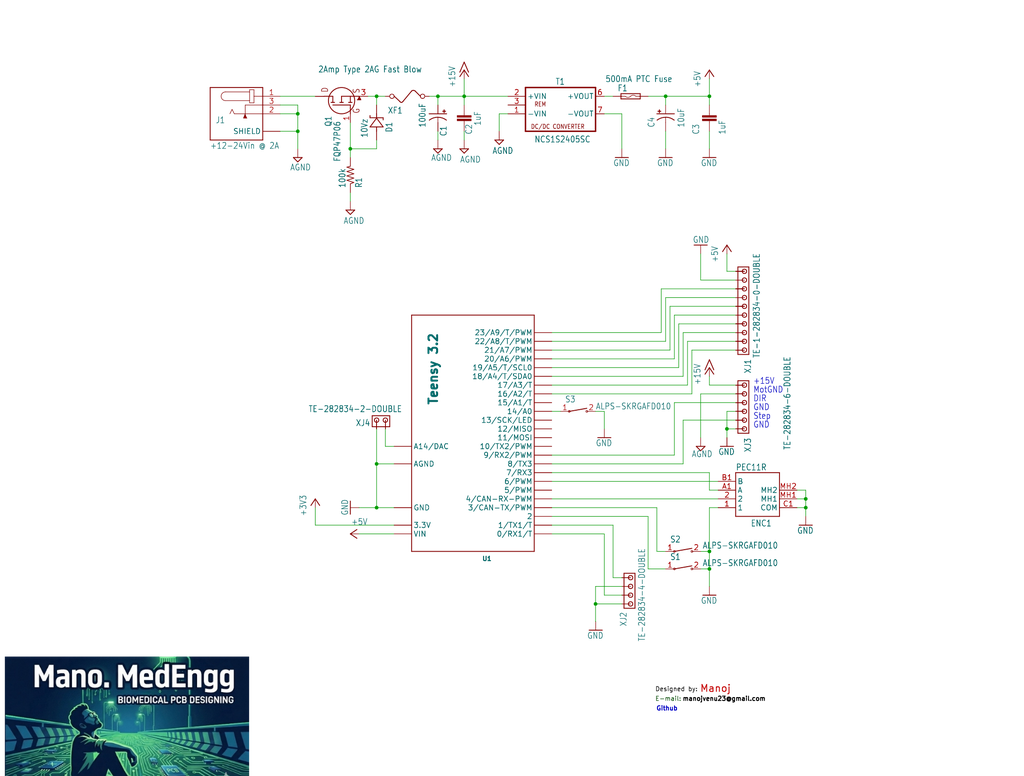
<source format=kicad_sch>
(kicad_sch (version 20250114) (generator "eeschema") (generator_version "9.0")
  (paper "User" 297.002 225.247)
  (lib_symbols
    (symbol "OpenSourceSyringePump-eagle-import:+15V" (power)
      (symbol "+15V_1_0"
        (polyline (pts (xy 0 2.286) (xy -1.27 -0.635)) (stroke (width 0.254)))
        (polyline (pts (xy 0 0) (xy -1.27 -1.905)) (stroke (width 0.254)))
        (polyline (pts (xy 1.27 -0.635) (xy 0 2.286)) (stroke (width 0.254)))
        (polyline (pts (xy 1.27 -1.905) (xy 0 0)) (stroke (width 0.254)))
        (pin power_in line (at 0 -2.54 90) (length 2.54) (name "+15V") (number "1"))
      )
    )
    (symbol "OpenSourceSyringePump-eagle-import:+3V3" (power)
      (symbol "+3V3_1_0"
        (polyline (pts (xy 0 0) (xy -1.27 -1.905)) (stroke (width 0.254)))
        (polyline (pts (xy 1.27 -1.905) (xy 0 0)) (stroke (width 0.254)))
        (pin power_in line (at 0 -2.54 90) (length 2.54) (name "+3V3") (number "1"))
      )
    )
    (symbol "OpenSourceSyringePump-eagle-import:+5V" (power)
      (symbol "+5V_1_0"
        (polyline (pts (xy 0 0) (xy -1.27 -1.905)) (stroke (width 0.254)))
        (polyline (pts (xy 1.27 -1.905) (xy 0 0)) (stroke (width 0.254)))
        (pin power_in line (at 0 -2.54 90) (length 2.54) (name "+5V") (number "1"))
      )
    )
    (symbol "OpenSourceSyringePump-eagle-import:AGND" (power)
      (symbol "AGND_1_0"
        (polyline (pts (xy -1.27 0) (xy 1.27 0)) (stroke (width 0.254)))
        (polyline (pts (xy 0 -1.27) (xy -1.27 0)) (stroke (width 0.254)))
        (polyline (pts (xy 1.27 0) (xy 0 -1.27)) (stroke (width 0.254)))
        (pin power_in line (at 0 2.54 270) (length 2.54) (name "AGND") (number "1"))
      )
    )
    (symbol "OpenSourceSyringePump-eagle-import:ALPS-SKRGAFD010"
      (property "Reference" "S" (at -3.81 2.54 0))
      (symbol "ALPS-SKRGAFD010_1_0"
        (circle (center -2.54 0) (radius 0.2839))
        (polyline (pts (xy -2.54 0) (xy 2.54 0.889)) (stroke (width 0.254)))
        (circle (center 2.54 0) (radius 0.2839))
        (pin passive line (at -5.08 0 0) (length 2.54) (name "1") (number "1"))
        (pin passive line (at 5.08 0 180) (length 2.54) (name "2") (number "2"))
      )
    )
    (symbol "OpenSourceSyringePump-eagle-import:BOURNS-MF-R025"
      (property "Reference" "F" (at -3.81 1.397 0))
      (symbol "BOURNS-MF-R025_1_0"
        (polyline (pts (xy -2.794 0.762) (xy -2.794 -0.762)) (stroke (width 0.254)))
        (polyline (pts (xy -2.794 -0.762) (xy 2.794 -0.762)) (stroke (width 0.254)))
        (polyline (pts (xy -2.54 0) (xy -1.524 0)) (stroke (width 0.1524)))
        (arc (start -0.0001 -0.0001) (mid -0.7621 -0.3266) (end -1.524 0) (stroke (width 0.1524)))
        (arc (start 0.0001 0.0001) (mid 0.7621 0.3266) (end 1.524 0) (stroke (width 0.1524)))
        (polyline (pts (xy 1.524 0) (xy 2.54 0)) (stroke (width 0.1524)))
        (polyline (pts (xy 2.794 0.762) (xy -2.794 0.762)) (stroke (width 0.254)))
        (polyline (pts (xy 2.794 -0.762) (xy 2.794 0.762)) (stroke (width 0.254)))
        (pin passive line (at -5.08 0 0) (length 2.54) (name "1") (number "1"))
        (pin passive line (at 5.08 0 180) (length 2.54) (name "2") (number "2"))
      )
    )
    (symbol "OpenSourceSyringePump-eagle-import:BZX79C10"
      (property "Reference" "D" (at -2.9464 2.6416 0))
      (symbol "BZX79C10_1_0"
        (polyline (pts (xy -1.27 1.905) (xy -1.27 0)) (stroke (width 0.254)))
        (polyline (pts (xy -1.27 0) (xy -2.54 0)) (stroke (width 0.254)))
        (polyline (pts (xy -1.27 0) (xy -1.27 -1.905)) (stroke (width 0.254)))
        (polyline (pts (xy -1.27 -1.905) (xy 1.27 0)) (stroke (width 0.254)))
        (polyline (pts (xy 1.27 0) (xy -1.27 1.905)) (stroke (width 0.254)))
        (polyline (pts (xy 1.27 0) (xy 2.54 0)) (stroke (width 0.254)))
        (polyline (pts (xy 1.397 1.905) (xy 0.762 1.905)) (stroke (width 0.254)))
        (polyline (pts (xy 1.397 1.905) (xy 1.397 -1.905)) (stroke (width 0.254)))
        (polyline (pts (xy 1.397 -1.905) (xy 2.032 -1.905)) (stroke (width 0.254)))
        (pin passive line (at -5.08 0 0) (length 2.54) (name "A") (number "A"))
        (pin passive line (at 5.08 0 180) (length 2.54) (name "C") (number "C"))
      )
    )
    (symbol "OpenSourceSyringePump-eagle-import:EEUFR1H101"
      (property "Reference" "C" (at -3.175 -4.064 90))
      (symbol "EEUFR1H101_1_0"
        (polyline (pts (xy -2.54 0) (xy 2.54 0)) (stroke (width 0.254)))
        (rectangle (start -2.253 0.668) (end -1.364 0.795) (fill (type outline)))
        (rectangle (start -1.872 0.287) (end -1.745 1.176) (fill (type outline)))
        (arc (start 0 -1) (mid 1.3158 -1.2195) (end 2.4892 -1.8541) (stroke (width 0.254)))
        (arc (start -2.4669 -1.8504) (mid -1.3021 -1.2303) (end 0 -1.0161) (stroke (width 0.254)))
        (polyline (pts (xy 0 -1.016) (xy 0 -2.54)) (stroke (width 0.1524)))
        (pin passive line (at 0 2.54 270) (length 2.54) (name "+") (number "+"))
        (pin passive line (at 0 -5.08 90) (length 2.54) (name "-") (number "-"))
      )
    )
    (symbol "OpenSourceSyringePump-eagle-import:FQP47P06"
      (property "Reference" "Q" (at 11.43 3.81 0))
      (symbol "FQP47P06_1_0"
        (polyline (pts (xy 2.54 0) (xy 5.08 0)) (stroke (width 0.254)))
        (polyline (pts (xy 5.08 5.08) (xy 5.08 0)) (stroke (width 0.254)))
        (polyline (pts (xy 5.842 5.588) (xy 5.842 4.572)) (stroke (width 0.254)))
        (polyline (pts (xy 5.842 2.032) (xy 5.842 3.048)) (stroke (width 0.254)))
        (polyline (pts (xy 5.842 0) (xy 7.62 0)) (stroke (width 0.254)))
        (polyline (pts (xy 5.842 -0.508) (xy 5.842 0.508)) (stroke (width 0.254)))
        (circle (center 6.35 2.54) (radius 3.81) (stroke (width 0.254)))
        (polyline (pts (xy 7.62 5.08) (xy 5.842 5.08)) (stroke (width 0.254)))
        (polyline (pts (xy 7.62 5.08) (xy 7.62 7.62)) (stroke (width 0.254)))
        (polyline (pts (xy 7.62 2.54) (xy 5.842 2.54)) (stroke (width 0.254)))
        (polyline (pts (xy 7.62 2.54) (xy 7.62 -2.54)) (stroke (width 0.254)))
        (polyline (pts (xy 7.62 -2.54) (xy 6.604 -3.048) (xy 6.604 -2.032)) (stroke (width 0.254)) (fill (type outline)))
        (text "G" (at 2.54 -2.794 0) (effects (font (size 1.778 1.5113)) (justify left bottom)))
        (text "S" (at 8.382 -2.794 0) (effects (font (size 1.778 1.5113)) (justify left bottom)))
        (text "D" (at 8.636 6.35 0) (effects (font (size 1.778 1.5113)) (justify left bottom)))
        (pin bidirectional line (at 0 0 0) (length 2.54) (name "G") (number "1"))
        (pin bidirectional line (at 7.62 10.16 270) (length 2.54) (name "D") (number "2"))
        (pin bidirectional line (at 7.62 10.16 270) (length 2.54) (name "D") (number "MH"))
        (pin bidirectional line (at 7.62 -5.08 90) (length 2.54) (name "S") (number "3"))
      )
    )
    (symbol "OpenSourceSyringePump-eagle-import:GND" (power)
      (symbol "GND_1_0"
        (polyline (pts (xy -1.905 0) (xy 1.905 0)) (stroke (width 0.254)))
        (pin power_in line (at 0 2.54 270) (length 2.54) (name "GND") (number "1"))
      )
    )
    (symbol "OpenSourceSyringePump-eagle-import:K105Z20Y5VF5TL2"
      (property "Reference" "C" (at -2.921 -6.096 90))
      (symbol "K105Z20Y5VF5TL2_1_0"
        (rectangle (start -2.032 -1.016) (end 2.032 -0.508) (fill (type outline)))
        (rectangle (start -2.032 -2.032) (end 2.032 -1.524) (fill (type outline)))
        (polyline (pts (xy 0 0) (xy 0 -0.508)) (stroke (width 0.1524)))
        (polyline (pts (xy 0 -2.54) (xy 0 -2.032)) (stroke (width 0.1524)))
        (pin passive line (at 0 2.54 270) (length 2.54) (name "1") (number "1"))
        (pin passive line (at 0 -5.08 90) (length 2.54) (name "2") (number "2"))
      )
    )
    (symbol "OpenSourceSyringePump-eagle-import:LITTLEFUSE-02540101Z"
      (property "Reference" "XF" (at -5.08 2.54 0))
      (symbol "LITTLEFUSE-02540101Z_1_0"
        (polyline (pts (xy -5.08 0) (xy -3.556 1.524)) (stroke (width 0.254)))
        (arc (start -3.5992 1.4912) (mid -3.3477 1.6657) (end -3.0479 1.7272) (stroke (width 0.254)))
        (arc (start -3.048 1.7272) (mid -2.7477 1.6658) (end -2.4959 1.491) (stroke (width 0.254)))
        (polyline (pts (xy 0 -1.524) (xy -2.54 1.524)) (stroke (width 0.254)))
        (arc (start 0.4572 -1.7778) (mid 0.1804 -1.7121) (end -0.0178 -1.508) (stroke (width 0.254)))
        (arc (start 0.8965 -1.4765) (mid 0.7195 -1.6894) (end 0.4572 -1.778) (stroke (width 0.254)))
        (polyline (pts (xy 0.889 -1.4986) (xy 2.4892 0)) (stroke (width 0.254)))
        (pin passive inverted (at -7.62 0 0) (length 2.54) (name "1") (number "1"))
        (pin passive inverted (at 5.08 0 180) (length 2.54) (name "2") (number "2"))
      )
    )
    (symbol "OpenSourceSyringePump-eagle-import:MURATA-NCS1S2405SC"
      (property "Reference" "T" (at -10.16 5.715 0))
      (symbol "MURATA-NCS1S2405SC_1_0"
        (polyline (pts (xy -10.16 5.08) (xy 10.16 5.08)) (stroke (width 0.4064)))
        (polyline (pts (xy -10.16 -7.62) (xy -10.16 5.08)) (stroke (width 0.4064)))
        (polyline (pts (xy 10.16 5.08) (xy 10.16 -7.62)) (stroke (width 0.4064)))
        (polyline (pts (xy 10.16 -7.62) (xy -10.16 -7.62)) (stroke (width 0.4064)))
        (text "DC/DC CONVERTER" (at -8.636 -6.985 0) (effects (font (size 1.27 1.0795)) (justify left bottom)))
        (text "REM" (at -7.62 -0.508 0) (effects (font (size 1.27 1.0795)) (justify left bottom)))
        (pin power_in line (at -15.24 2.54 0) (length 5.08) (name "+VIN") (number "2"))
        (pin bidirectional line (at -15.24 0 0) (length 5.08) (name "REM") (number "3"))
        (pin power_in line (at -15.24 -2.54 0) (length 5.08) (name "-VIN") (number "1"))
        (pin power_in line (at 12.7 2.54 180) (length 2.54) (name "+VOUT") (number "6"))
        (pin power_in line (at 12.7 -2.54 180) (length 2.54) (name "-VOUT") (number "7"))
      )
    )
    (symbol "OpenSourceSyringePump-eagle-import:PEC11R-4220F-S0024"
      (property "Reference" "ENC" (at 5.08 5.08 0))
      (symbol "PEC11R-4220F-S0024_1_0"
        (polyline (pts (xy 5.08 2.54) (xy 5.08 -10.16)) (stroke (width 0.254)))
        (polyline (pts (xy 5.08 2.54) (xy 17.78 2.54)) (stroke (width 0.254)))
        (polyline (pts (xy 17.78 -10.16) (xy 5.08 -10.16)) (stroke (width 0.254)))
        (polyline (pts (xy 17.78 -10.16) (xy 17.78 2.54)) (stroke (width 0.254)))
        (pin bidirectional line (at 0 0 0) (length 5.08) (name "1") (number "1"))
        (pin bidirectional line (at 0 -2.54 0) (length 5.08) (name "2") (number "2"))
        (pin bidirectional line (at 0 -5.08 0) (length 5.08) (name "A") (number "A1"))
        (pin bidirectional line (at 0 -7.62 0) (length 5.08) (name "B") (number "B1"))
        (pin power_in line (at 22.86 0 180) (length 5.08) (name "COM") (number "C1"))
        (pin bidirectional line (at 22.86 -2.54 180) (length 5.08) (name "MH1") (number "MH1"))
        (pin bidirectional line (at 22.86 -5.08 180) (length 5.08) (name "MH2") (number "MH2"))
      )
    )
    (symbol "OpenSourceSyringePump-eagle-import:PJ-079AH"
      (property "Reference" "J" (at -7.7135 7.6906 0))
      (symbol "PJ-079AH_1_0"
        (polyline (pts (xy -7.62 7.62) (xy 7.62 7.62)) (stroke (width 0.254)))
        (polyline (pts (xy -7.62 -7.62) (xy -7.62 7.62)) (stroke (width 0.254)))
        (polyline (pts (xy -3.175 6.35) (xy 3.81 6.35)) (stroke (width 0.1524)))
        (arc (start -3.175 3.81) (mid -4.445 5.08) (end -3.175 6.35) (stroke (width 0.1524)))
        (polyline (pts (xy -1.27 1.27) (xy -1.905 0)) (stroke (width 0.1524)))
        (polyline (pts (xy -0.635 0) (xy -1.27 1.27)) (stroke (width 0.1524)))
        (polyline (pts (xy 2.54 2.54) (xy 2.54 0)) (stroke (width 0.1524)))
        (polyline (pts (xy 2.54 2.54) (xy 7.62 2.54)) (stroke (width 0.1524)))
        (polyline (pts (xy 2.54 0) (xy -0.635 0)) (stroke (width 0.1524)))
        (polyline (pts (xy 2.54 0) (xy 7.62 0)) (stroke (width 0.1524)))
        (polyline (pts (xy 2.54 0) (xy 2.032 -1.27) (xy 3.048 -1.27)) (stroke (width 0.1524)) (fill (type outline)))
        (polyline (pts (xy 3.81 6.985) (xy 3.81 6.35)) (stroke (width 0.1524)))
        (polyline (pts (xy 3.81 6.35) (xy 3.81 3.81)) (stroke (width 0.1524)))
        (polyline (pts (xy 3.81 3.81) (xy -3.175 3.81)) (stroke (width 0.1524)))
        (polyline (pts (xy 3.81 3.81) (xy 3.81 3.175)) (stroke (width 0.1524)))
        (polyline (pts (xy 3.81 3.175) (xy 5.08 3.175)) (stroke (width 0.1524)))
        (polyline (pts (xy 5.08 6.985) (xy 3.81 6.985)) (stroke (width 0.1524)))
        (polyline (pts (xy 5.08 5.08) (xy 5.08 6.985)) (stroke (width 0.1524)))
        (polyline (pts (xy 5.08 5.08) (xy 7.62 5.08)) (stroke (width 0.1524)))
        (polyline (pts (xy 5.08 3.175) (xy 5.08 5.08)) (stroke (width 0.1524)))
        (polyline (pts (xy 7.62 7.62) (xy 7.62 5.08)) (stroke (width 0.254)))
        (polyline (pts (xy 7.62 5.08) (xy 7.62 2.54)) (stroke (width 0.254)))
        (polyline (pts (xy 7.62 2.54) (xy 7.62 0)) (stroke (width 0.254)))
        (polyline (pts (xy 7.62 0) (xy 7.62 -7.62)) (stroke (width 0.254)))
        (polyline (pts (xy 7.62 -7.62) (xy -7.62 -7.62)) (stroke (width 0.254)))
        (pin passive line (at 12.7 5.08 180) (length 5.08) (name "1") (number "1"))
        (pin passive line (at 12.7 2.54 180) (length 5.08) (name "3") (number "3"))
        (pin passive line (at 12.7 0 180) (length 5.08) (name "2") (number "2"))
        (pin passive line (at 12.7 -5.08 180) (length 5.08) (name "SHIELD") (number "S1"))
        (pin passive line (at 12.7 -5.08 180) (length 5.08) (name "SHIELD") (number "S2"))
      )
    )
    (symbol "OpenSourceSyringePump-eagle-import:RESISTOR.25W"
      (property "Reference" "R" (at -3.81 1.4986 0))
      (symbol "RESISTOR.25W_1_0"
        (polyline (pts (xy -2.54 0) (xy -2.159 1.016)) (stroke (width 0.2032)))
        (polyline (pts (xy -2.159 1.016) (xy -1.524 -1.016)) (stroke (width 0.2032)))
        (polyline (pts (xy -1.524 -1.016) (xy -0.889 1.016)) (stroke (width 0.2032)))
        (polyline (pts (xy -0.889 1.016) (xy -0.254 -1.016)) (stroke (width 0.2032)))
        (polyline (pts (xy -0.254 -1.016) (xy 0.381 1.016)) (stroke (width 0.2032)))
        (polyline (pts (xy 0.381 1.016) (xy 1.016 -1.016)) (stroke (width 0.2032)))
        (polyline (pts (xy 1.016 -1.016) (xy 1.651 1.016)) (stroke (width 0.2032)))
        (polyline (pts (xy 1.651 1.016) (xy 2.286 -1.016)) (stroke (width 0.2032)))
        (polyline (pts (xy 2.286 -1.016) (xy 2.54 0)) (stroke (width 0.2032)))
        (pin passive line (at -5.08 0 0) (length 2.54) (name "1") (number "1"))
        (pin passive line (at 5.08 0 180) (length 2.54) (name "2") (number "2"))
      )
    )
    (symbol "OpenSourceSyringePump-eagle-import:TAP106K025SCS"
      (property "Reference" "C" (at -3.175 -4.064 90))
      (symbol "TAP106K025SCS_1_0"
        (polyline (pts (xy -2.54 0) (xy 2.54 0)) (stroke (width 0.254)))
        (rectangle (start -2.253 0.668) (end -1.364 0.795) (fill (type outline)))
        (rectangle (start -1.872 0.287) (end -1.745 1.176) (fill (type outline)))
        (arc (start 0 -1) (mid 1.3158 -1.2195) (end 2.4892 -1.8541) (stroke (width 0.254)))
        (arc (start -2.4669 -1.8504) (mid -1.3021 -1.2303) (end 0 -1.0161) (stroke (width 0.254)))
        (polyline (pts (xy 0 -1.016) (xy 0 -2.54)) (stroke (width 0.1524)))
        (pin passive line (at 0 2.54 270) (length 2.54) (name "+") (number "+"))
        (pin passive line (at 0 -5.08 90) (length 2.54) (name "-") (number "-"))
      )
    )
    (symbol "OpenSourceSyringePump-eagle-import:TE-1-282834-0-DOUBLE"
      (property "Reference" "XJ" (at 25.4 0 0))
      (symbol "TE-1-282834-0-DOUBLE_1_0"
        (polyline (pts (xy -1.27 1.27) (xy -1.27 -1.905)) (stroke (width 0.254)))
        (polyline (pts (xy -1.27 1.27) (xy 24.13 1.27)) (stroke (width 0.254)))
        (circle (center 0 0) (radius 0.635) (stroke (width 0.254)))
        (circle (center 2.54 0) (radius 0.635) (stroke (width 0.254)))
        (circle (center 5.08 0) (radius 0.635) (stroke (width 0.254)))
        (circle (center 7.62 0) (radius 0.635) (stroke (width 0.254)))
        (circle (center 10.16 0) (radius 0.635) (stroke (width 0.254)))
        (circle (center 12.7 0) (radius 0.635) (stroke (width 0.254)))
        (circle (center 15.24 0) (radius 0.635) (stroke (width 0.254)))
        (circle (center 17.78 0) (radius 0.635) (stroke (width 0.254)))
        (circle (center 20.32 0) (radius 0.635) (stroke (width 0.254)))
        (circle (center 22.86 0) (radius 0.635) (stroke (width 0.254)))
        (polyline (pts (xy 24.13 -1.905) (xy -1.27 -1.905)) (stroke (width 0.254)))
        (polyline (pts (xy 24.13 -1.905) (xy 24.13 1.27)) (stroke (width 0.254)))
        (pin passive line (at 0 -2.54 90) (length 2.54) (name "1") (number "1"))
        (pin passive line (at 0 -2.54 90) (length 2.54) (name "1") (number "P$1"))
        (pin passive line (at 2.54 -2.54 90) (length 2.54) (name "2") (number "2"))
        (pin passive line (at 2.54 -2.54 90) (length 2.54) (name "2") (number "P$2"))
        (pin passive line (at 5.08 -2.54 90) (length 2.54) (name "3") (number "3"))
        (pin passive line (at 5.08 -2.54 90) (length 2.54) (name "3") (number "P$3"))
        (pin passive line (at 7.62 -2.54 90) (length 2.54) (name "4") (number "4"))
        (pin passive line (at 7.62 -2.54 90) (length 2.54) (name "4") (number "P$4"))
        (pin passive line (at 10.16 -2.54 90) (length 2.54) (name "5") (number "5"))
        (pin passive line (at 10.16 -2.54 90) (length 2.54) (name "5") (number "P$5"))
        (pin passive line (at 12.7 -2.54 90) (length 2.54) (name "6") (number "6"))
        (pin passive line (at 12.7 -2.54 90) (length 2.54) (name "6") (number "P$6"))
        (pin passive line (at 15.24 -2.54 90) (length 2.54) (name "7") (number "7"))
        (pin passive line (at 15.24 -2.54 90) (length 2.54) (name "7") (number "P$7"))
        (pin passive line (at 17.78 -2.54 90) (length 2.54) (name "8") (number "8"))
        (pin passive line (at 17.78 -2.54 90) (length 2.54) (name "8") (number "P$8"))
        (pin passive line (at 20.32 -2.54 90) (length 2.54) (name "9") (number "9"))
        (pin passive line (at 20.32 -2.54 90) (length 2.54) (name "9") (number "P$9"))
        (pin passive line (at 22.86 -2.54 90) (length 2.54) (name "10") (number "10"))
        (pin passive line (at 22.86 -2.54 90) (length 2.54) (name "10") (number "P$10"))
      )
    )
    (symbol "OpenSourceSyringePump-eagle-import:TE-282834-2-DOUBLE"
      (property "Reference" "XJ" (at 5.08 0 0))
      (symbol "TE-282834-2-DOUBLE_1_0"
        (polyline (pts (xy -1.27 1.27) (xy -1.27 -1.905)) (stroke (width 0.254)))
        (polyline (pts (xy -1.27 1.27) (xy 3.81 1.27)) (stroke (width 0.254)))
        (circle (center 0 0) (radius 0.635) (stroke (width 0.254)))
        (circle (center 2.54 0) (radius 0.635) (stroke (width 0.254)))
        (polyline (pts (xy 3.81 -1.905) (xy -1.27 -1.905)) (stroke (width 0.254)))
        (polyline (pts (xy 3.81 -1.905) (xy 3.81 1.27)) (stroke (width 0.254)))
        (pin passive line (at 0 -2.54 90) (length 2.54) (name "1") (number "1"))
        (pin passive line (at 0 -2.54 90) (length 2.54) (name "1") (number "P$1"))
        (pin passive line (at 2.54 -2.54 90) (length 2.54) (name "2") (number "2"))
        (pin passive line (at 2.54 -2.54 90) (length 2.54) (name "2") (number "P$2"))
      )
    )
    (symbol "OpenSourceSyringePump-eagle-import:TE-282834-4-DOUBLE"
      (property "Reference" "XJ" (at 7.62 0 0))
      (symbol "TE-282834-4-DOUBLE_1_0"
        (polyline (pts (xy -3.81 1.27) (xy -3.81 -1.905)) (stroke (width 0.254)))
        (polyline (pts (xy -3.81 1.27) (xy 6.35 1.27)) (stroke (width 0.254)))
        (circle (center -2.54 0) (radius 0.635) (stroke (width 0.254)))
        (circle (center 0 0) (radius 0.635) (stroke (width 0.254)))
        (circle (center 2.54 0) (radius 0.635) (stroke (width 0.254)))
        (circle (center 5.08 0) (radius 0.635) (stroke (width 0.254)))
        (polyline (pts (xy 6.35 -1.905) (xy -3.81 -1.905)) (stroke (width 0.254)))
        (polyline (pts (xy 6.35 -1.905) (xy 6.35 1.27)) (stroke (width 0.254)))
        (pin passive line (at -2.54 -2.54 90) (length 2.54) (name "1") (number "1"))
        (pin passive line (at -2.54 -2.54 90) (length 2.54) (name "1") (number "P$1"))
        (pin passive line (at 0 -2.54 90) (length 2.54) (name "2") (number "2"))
        (pin passive line (at 0 -2.54 90) (length 2.54) (name "2") (number "P$2"))
        (pin passive line (at 2.54 -2.54 90) (length 2.54) (name "3") (number "3"))
        (pin passive line (at 2.54 -2.54 90) (length 2.54) (name "3") (number "P$3"))
        (pin passive line (at 5.08 -2.54 90) (length 2.54) (name "4") (number "4"))
        (pin passive line (at 5.08 -2.54 90) (length 2.54) (name "4") (number "P$4"))
      )
    )
    (symbol "OpenSourceSyringePump-eagle-import:TE-282834-6-DOUBLE"
      (property "Reference" "XJ" (at 10.16 0 0))
      (symbol "TE-282834-6-DOUBLE_1_0"
        (polyline (pts (xy -6.35 1.27) (xy -6.35 -1.905)) (stroke (width 0.254)))
        (polyline (pts (xy -6.35 1.27) (xy 8.89 1.27)) (stroke (width 0.254)))
        (circle (center -5.08 0) (radius 0.635) (stroke (width 0.254)))
        (circle (center -2.54 0) (radius 0.635) (stroke (width 0.254)))
        (circle (center 0 0) (radius 0.635) (stroke (width 0.254)))
        (circle (center 2.54 0) (radius 0.635) (stroke (width 0.254)))
        (circle (center 5.08 0) (radius 0.635) (stroke (width 0.254)))
        (circle (center 7.62 0) (radius 0.635) (stroke (width 0.254)))
        (polyline (pts (xy 8.89 -1.905) (xy -6.35 -1.905)) (stroke (width 0.254)))
        (polyline (pts (xy 8.89 -1.905) (xy 8.89 1.27)) (stroke (width 0.254)))
        (pin passive line (at -5.08 -2.54 90) (length 2.54) (name "1") (number "1"))
        (pin passive line (at -5.08 -2.54 90) (length 2.54) (name "1") (number "P$1"))
        (pin passive line (at -2.54 -2.54 90) (length 2.54) (name "2") (number "2"))
        (pin passive line (at -2.54 -2.54 90) (length 2.54) (name "2") (number "P$2"))
        (pin passive line (at 0 -2.54 90) (length 2.54) (name "3") (number "3"))
        (pin passive line (at 0 -2.54 90) (length 2.54) (name "3") (number "P$3"))
        (pin passive line (at 2.54 -2.54 90) (length 2.54) (name "4") (number "4"))
        (pin passive line (at 2.54 -2.54 90) (length 2.54) (name "4") (number "P$4"))
        (pin passive line (at 5.08 -2.54 90) (length 2.54) (name "5") (number "5"))
        (pin passive line (at 5.08 -2.54 90) (length 2.54) (name "5") (number "P$5"))
        (pin passive line (at 7.62 -2.54 90) (length 2.54) (name "6") (number "6"))
        (pin passive line (at 7.62 -2.54 90) (length 2.54) (name "6") (number "P$6"))
      )
    )
    (symbol "OpenSourceSyringePump-eagle-import:TEENSY_3.1-3.2_OUTER_ROW"
      (property "Reference" "U" (at -5.588 34.29 0))
      (symbol "TEENSY_3.1-3.2_OUTER_ROW_1_0"
        (polyline (pts (xy -17.78 33.02) (xy -17.78 -35.56)) (stroke (width 0.254)))
        (polyline (pts (xy -17.78 -35.56) (xy 17.78 -35.56)) (stroke (width 0.254)))
        (polyline (pts (xy 17.78 33.02) (xy -17.78 33.02)) (stroke (width 0.254)))
        (polyline (pts (xy 17.78 -35.56) (xy 17.78 33.02)) (stroke (width 0.254)))
        (pin bidirectional line (at -22.86 27.94 0) (length 5.08) (name "0/RX1/T") (number "0"))
        (pin bidirectional line (at -22.86 25.4 0) (length 5.08) (name "1/TX1/T") (number "1"))
        (pin bidirectional line (at -22.86 22.86 0) (length 5.08) (name "2") (number "2"))
        (pin bidirectional line (at -22.86 20.32 0) (length 5.08) (name "3/CAN-TX/PWM") (number "3"))
        (pin bidirectional line (at -22.86 17.78 0) (length 5.08) (name "4/CAN-RX-PWM") (number "4"))
        (pin bidirectional line (at -22.86 15.24 0) (length 5.08) (name "5/PWM") (number "5"))
        (pin bidirectional line (at -22.86 12.7 0) (length 5.08) (name "6/PWM") (number "6"))
        (pin bidirectional line (at -22.86 10.16 0) (length 5.08) (name "7/RX3") (number "7"))
        (pin bidirectional line (at -22.86 7.62 0) (length 5.08) (name "8/TX3") (number "8"))
        (pin bidirectional line (at -22.86 5.08 0) (length 5.08) (name "9/RX2/PWM") (number "9"))
        (pin bidirectional line (at -22.86 2.54 0) (length 5.08) (name "10/TX2/PWM") (number "10"))
        (pin bidirectional line (at -22.86 0 0) (length 5.08) (name "11/MOSI") (number "11"))
        (pin bidirectional line (at -22.86 -2.54 0) (length 5.08) (name "12/MISO") (number "12"))
        (pin bidirectional line (at -22.86 -5.08 0) (length 5.08) (name "13/SCK/LED") (number "13"))
        (pin bidirectional line (at -22.86 -7.62 0) (length 5.08) (name "14/A0") (number "14/A0"))
        (pin bidirectional line (at -22.86 -10.16 0) (length 5.08) (name "15/A1/T") (number "15/A1"))
        (pin bidirectional line (at -22.86 -12.7 0) (length 5.08) (name "16/A2/T") (number "16/A2"))
        (pin bidirectional line (at -22.86 -15.24 0) (length 5.08) (name "17/A3/T") (number "17/A3"))
        (pin bidirectional line (at -22.86 -17.78 0) (length 5.08) (name "18/A4/T/SDA0") (number "18/A4"))
        (pin bidirectional line (at -22.86 -20.32 0) (length 5.08) (name "19/A5/T/SCL0") (number "19/A5"))
        (pin bidirectional line (at -22.86 -22.86 0) (length 5.08) (name "20/A6/PWM") (number "20/A6"))
        (pin bidirectional line (at -22.86 -25.4 0) (length 5.08) (name "21/A7/PWM") (number "21/A7"))
        (pin bidirectional line (at -22.86 -27.94 0) (length 5.08) (name "22/A8/T/PWM") (number "22/A8"))
        (pin bidirectional line (at -22.86 -30.48 0) (length 5.08) (name "23/A9/T/PWM") (number "23/A9"))
        (pin power_in line (at 22.86 27.94 180) (length 5.08) (name "VIN") (number "VIN"))
        (pin power_in line (at 22.86 25.4 180) (length 5.08) (name "3.3V") (number "3.3V"))
        (pin power_in line (at 22.86 20.32 180) (length 5.08) (name "GND") (number "GND"))
        (pin power_in line (at 22.86 7.62 180) (length 5.08) (name "AGND") (number "AGND"))
        (pin bidirectional line (at 22.86 2.54 180) (length 5.08) (name "A14/DAC") (number "RESET/DAC"))
      )
    )
  )
  (text "E-mail:" (at 189.992 203.708 0) (effects (font (size 1.27 1.27) (thickness 0.1588)) (justify left bottom)))
  (text "Manoj" (at 202.946 201.168 0) (effects (font (size 2.032 2.032) (thickness 0.254) (bold yes)) (justify left bottom)))
  (text "Github" (at 190.246 206.502 0) (effects (font (size 1.27 1.27) (thickness 0.254) (bold yes)) (justify left bottom)))
  (text "GND" (at 218.44 119.38 0) (effects (font (size 1.778 1.5113)) (justify left bottom)))
  (text "DIR" (at 218.44 116.84 0) (effects (font (size 1.778 1.5113)) (justify left bottom)))
  (text "GND" (at 218.44 124.46 0) (effects (font (size 1.778 1.5113)) (justify left bottom)))
  (text "+15V" (at 218.44 111.76 0) (effects (font (size 1.778 1.5113)) (justify left bottom)))
  (text "Designed by:\n" (at 189.992 200.914 0) (effects (font (size 1.27 1.27)) (justify left bottom)))
  (text "manojvenu23@gmail.com" (at 197.866 203.708 0) (effects (font (size 1.27 1.27) (thickness 0.254) (bold yes)) (justify left bottom)))
  (text "Step" (at 218.44 121.92 0) (effects (font (size 1.778 1.5113)) (justify left bottom)))
  (text "MotGND" (at 218.44 114.3 0) (effects (font (size 1.778 1.5113)) (justify left bottom)))
  (junction (at 233.68 147.32))
  (junction (at 101.6 43.18))
  (junction (at 233.68 144.78))
  (junction (at 205.74 165.1))
  (junction (at 109.22 27.94))
  (junction (at 193.04 27.94))
  (junction (at 109.22 147.32))
  (junction (at 172.72 175.26))
  (junction (at 205.74 160.02))
  (junction (at 127 27.94))
  (junction (at 210.82 124.46))
  (junction (at 109.22 134.62))
  (junction (at 205.74 27.94))
  (junction (at 134.62 27.94))
  (junction (at 86.36 33.02))
  (junction (at 86.36 38.1))
  (wire (pts (xy 134.62 38.1) (xy 134.62 40.64)) (stroke (width 0.1524)))
  (wire (pts (xy 231.14 147.32) (xy 233.68 147.32)) (stroke (width 0.1524)))
  (wire (pts (xy 109.22 30.48) (xy 109.22 27.94)) (stroke (width 0.1524)))
  (wire (pts (xy 160.02 114.3) (xy 200.66 114.3)))
  (wire (pts (xy 194.31 88.9) (xy 213.36 88.9)))
  (wire (pts (xy 180.34 33.02) (xy 175.26 33.02)) (stroke (width 0.1524)))
  (wire (pts (xy 114.3 152.4) (xy 91.44 152.4)) (stroke (width 0.1524)))
  (wire (pts (xy 233.68 142.24) (xy 233.68 144.78)) (stroke (width 0.1524)))
  (wire (pts (xy 231.14 144.78) (xy 233.68 144.78)) (stroke (width 0.1524)))
  (wire (pts (xy 233.68 147.32) (xy 233.68 149.86)) (stroke (width 0.1524)))
  (wire (pts (xy 109.22 27.94) (xy 111.76 27.94)) (stroke (width 0.1524)))
  (wire (pts (xy 109.22 124.46) (xy 109.22 134.62)) (stroke (width 0.1524)))
  (wire (pts (xy 160.02 132.08) (xy 195.58 132.08)) (stroke (width 0.1524)))
  (wire (pts (xy 172.72 175.26) (xy 172.72 180.34)) (stroke (width 0.1524)))
  (wire (pts (xy 193.04 86.36) (xy 213.36 86.36)))
  (wire (pts (xy 210.82 119.38) (xy 210.82 124.46)) (stroke (width 0.1524)))
  (wire (pts (xy 205.74 109.22) (xy 205.74 111.76)) (stroke (width 0.1524)))
  (wire (pts (xy 109.22 134.62) (xy 109.22 147.32)) (stroke (width 0.1524)))
  (wire (pts (xy 190.5 147.32) (xy 160.02 147.32)) (stroke (width 0.1524)))
  (wire (pts (xy 160.02 106.68) (xy 196.85 106.68)))
  (wire (pts (xy 81.28 38.1) (xy 86.36 38.1)) (stroke (width 0.1524)))
  (wire (pts (xy 200.66 114.3) (xy 200.66 101.6)))
  (wire (pts (xy 203.2 73.66) (xy 203.2 81.28)) (stroke (width 0.1524)))
  (wire (pts (xy 109.22 147.32) (xy 104.14 147.32)) (stroke (width 0.1524)))
  (wire (pts (xy 210.82 78.74) (xy 213.36 78.74)) (stroke (width 0.1524)))
  (wire (pts (xy 180.34 175.26) (xy 172.72 175.26)) (stroke (width 0.1524)))
  (wire (pts (xy 160.02 137.16) (xy 205.74 137.16)) (stroke (width 0.1524)))
  (wire (pts (xy 86.36 33.02) (xy 86.36 38.1)) (stroke (width 0.1524)))
  (wire (pts (xy 101.6 35.56) (xy 101.6 43.18)) (stroke (width 0.1524)))
  (wire (pts (xy 160.02 104.14) (xy 195.58 104.14)))
  (wire (pts (xy 111.76 129.54) (xy 114.3 129.54)) (stroke (width 0.1524)))
  (wire (pts (xy 114.3 154.94) (xy 104.14 154.94)) (stroke (width 0.1524)))
  (wire (pts (xy 109.22 40.64) (xy 109.22 43.18)) (stroke (width 0.1524)))
  (wire (pts (xy 160.02 149.86) (xy 187.96 149.86)) (stroke (width 0.1524)))
  (wire (pts (xy 210.82 73.66) (xy 210.82 78.74)) (stroke (width 0.1524)))
  (wire (pts (xy 160.02 154.94) (xy 175.26 154.94)) (stroke (width 0.1524)))
  (wire (pts (xy 180.34 167.64) (xy 177.8 167.64)) (stroke (width 0.1524)))
  (wire (pts (xy 124.46 27.94) (xy 127 27.94)) (stroke (width 0.1524)))
  (wire (pts (xy 190.5 160.02) (xy 190.5 147.32)) (stroke (width 0.1524)))
  (wire (pts (xy 193.04 99.06) (xy 193.04 86.36)))
  (wire (pts (xy 195.58 132.08) (xy 195.58 116.84)) (stroke (width 0.1524)))
  (wire (pts (xy 160.02 139.7) (xy 208.28 139.7)) (stroke (width 0.1524)))
  (wire (pts (xy 198.12 121.92) (xy 213.36 121.92)) (stroke (width 0.1524)))
  (wire (pts (xy 210.82 124.46) (xy 210.82 127)) (stroke (width 0.1524)))
  (wire (pts (xy 198.12 96.52) (xy 213.36 96.52)))
  (wire (pts (xy 205.74 38.1) (xy 205.74 43.18)) (stroke (width 0.1524)))
  (wire (pts (xy 193.04 30.48) (xy 193.04 27.94)) (stroke (width 0.1524)))
  (wire (pts (xy 172.72 119.38) (xy 175.26 119.38)) (stroke (width 0.1524)))
  (wire (pts (xy 191.77 83.82) (xy 213.36 83.82)))
  (wire (pts (xy 114.3 134.62) (xy 109.22 134.62)) (stroke (width 0.1524)))
  (wire (pts (xy 199.39 111.76) (xy 199.39 99.06)))
  (wire (pts (xy 205.74 165.1) (xy 205.74 170.18)) (stroke (width 0.1524)))
  (wire (pts (xy 203.2 81.28) (xy 213.36 81.28)) (stroke (width 0.1524)))
  (wire (pts (xy 160.02 134.62) (xy 198.12 134.62)) (stroke (width 0.1524)))
  (wire (pts (xy 187.96 149.86) (xy 187.96 165.1)) (stroke (width 0.1524)))
  (wire (pts (xy 160.02 101.6) (xy 194.31 101.6)))
  (wire (pts (xy 81.28 27.94) (xy 91.44 27.94)) (stroke (width 0.1524)))
  (wire (pts (xy 81.28 33.02) (xy 86.36 33.02)) (stroke (width 0.1524)))
  (wire (pts (xy 91.44 152.4) (xy 91.44 147.32)) (stroke (width 0.1524)))
  (wire (pts (xy 205.74 27.94) (xy 205.74 22.86)) (stroke (width 0.1524)))
  (wire (pts (xy 191.77 96.52) (xy 191.77 83.82)))
  (wire (pts (xy 175.26 172.72) (xy 180.34 172.72)) (stroke (width 0.1524)))
  (wire (pts (xy 134.62 30.48) (xy 134.62 27.94)) (stroke (width 0.1524)))
  (wire (pts (xy 231.14 142.24) (xy 233.68 142.24)) (stroke (width 0.1524)))
  (wire (pts (xy 180.34 170.18) (xy 172.72 170.18)) (stroke (width 0.1524)))
  (wire (pts (xy 160.02 111.76) (xy 199.39 111.76)))
  (wire (pts (xy 198.12 134.62) (xy 198.12 121.92)) (stroke (width 0.1524)))
  (wire (pts (xy 175.26 154.94) (xy 175.26 172.72)) (stroke (width 0.1524)))
  (wire (pts (xy 205.74 160.02) (xy 205.74 165.1)) (stroke (width 0.1524)))
  (wire (pts (xy 195.58 116.84) (xy 213.36 116.84)) (stroke (width 0.1524)))
  (wire (pts (xy 205.74 30.48) (xy 205.74 27.94)) (stroke (width 0.1524)))
  (wire (pts (xy 187.96 165.1) (xy 193.04 165.1)) (stroke (width 0.1524)))
  (wire (pts (xy 147.32 33.02) (xy 144.78 33.02)) (stroke (width 0.1524)))
  (wire (pts (xy 134.62 22.86) (xy 134.62 27.94)) (stroke (width 0.1524)))
  (wire (pts (xy 172.72 180.34) (xy 172.7643 180.34)) (stroke (width 0.1524)))
  (wire (pts (xy 127 30.48) (xy 127 27.94)) (stroke (width 0.1524)))
  (wire (pts (xy 160.02 99.06) (xy 193.04 99.06)))
  (wire (pts (xy 196.85 106.68) (xy 196.85 93.98)))
  (wire (pts (xy 203.2 114.3) (xy 213.36 114.3)) (stroke (width 0.1524)))
  (wire (pts (xy 101.6 55.88) (xy 101.6 58.42)) (stroke (width 0.1524)))
  (wire (pts (xy 187.96 27.94) (xy 193.04 27.94)) (stroke (width 0.1524)))
  (wire (pts (xy 127 27.94) (xy 134.62 27.94)) (stroke (width 0.1524)))
  (wire (pts (xy 127 38.1) (xy 127 40.64)) (stroke (width 0.1524)))
  (wire (pts (xy 134.62 27.94) (xy 147.32 27.94)) (stroke (width 0.1524)))
  (wire (pts (xy 175.26 27.94) (xy 177.8 27.94)) (stroke (width 0.1524)))
  (wire (pts (xy 81.28 30.48) (xy 86.36 30.48)) (stroke (width 0.1524)))
  (wire (pts (xy 160.02 96.52) (xy 191.77 96.52)))
  (wire (pts (xy 193.04 38.1) (xy 193.04 43.18)) (stroke (width 0.1524)))
  (wire (pts (xy 198.12 109.22) (xy 198.12 96.52)))
  (wire (pts (xy 111.76 124.46) (xy 111.76 129.54)) (stroke (width 0.1524)))
  (wire (pts (xy 233.68 144.78) (xy 233.68 147.32)) (stroke (width 0.1524)))
  (wire (pts (xy 205.74 147.32) (xy 205.74 160.02)) (stroke (width 0.1524)))
  (wire (pts (xy 213.36 119.38) (xy 210.82 119.38)) (stroke (width 0.1524)))
  (wire (pts (xy 208.28 147.32) (xy 205.74 147.32)) (stroke (width 0.1524)))
  (wire (pts (xy 177.8 167.64) (xy 177.8 152.4)) (stroke (width 0.1524)))
  (wire (pts (xy 200.66 101.6) (xy 213.36 101.6)))
  (wire (pts (xy 193.04 160.02) (xy 190.5 160.02)) (stroke (width 0.1524)))
  (wire (pts (xy 160.02 119.38) (xy 162.56 119.38)) (stroke (width 0.1524)))
  (wire (pts (xy 203.2 127) (xy 203.2 114.3)) (stroke (width 0.1524)))
  (wire (pts (xy 109.22 43.18) (xy 101.6 43.18)) (stroke (width 0.1524)))
  (wire (pts (xy 193.04 27.94) (xy 205.74 27.94)) (stroke (width 0.1524)))
  (wire (pts (xy 205.74 137.16) (xy 205.74 142.24)) (stroke (width 0.1524)))
  (wire (pts (xy 203.2 165.1) (xy 205.74 165.1)) (stroke (width 0.1524)))
  (wire (pts (xy 205.74 111.76) (xy 213.36 111.76)) (stroke (width 0.1524)))
  (wire (pts (xy 172.72 170.18) (xy 172.72 175.26)) (stroke (width 0.1524)))
  (wire (pts (xy 205.74 142.24) (xy 208.28 142.24)) (stroke (width 0.1524)))
  (wire (pts (xy 199.39 99.06) (xy 213.36 99.06)))
  (wire (pts (xy 86.36 30.48) (xy 86.36 33.02)) (stroke (width 0.1524)))
  (wire (pts (xy 86.36 38.1) (xy 86.36 43.18)) (stroke (width 0.1524)))
  (wire (pts (xy 213.36 124.46) (xy 210.82 124.46)) (stroke (width 0.1524)))
  (wire (pts (xy 195.58 104.14) (xy 195.58 91.44)))
  (wire (pts (xy 101.6 43.18) (xy 101.6 45.72)) (stroke (width 0.1524)))
  (wire (pts (xy 114.3 147.32) (xy 109.22 147.32)) (stroke (width 0.1524)))
  (wire (pts (xy 208.28 144.78) (xy 160.02 144.78)) (stroke (width 0.1524)))
  (wire (pts (xy 180.34 43.18) (xy 180.34 33.02)) (stroke (width 0.1524)))
  (wire (pts (xy 144.78 33.02) (xy 144.78 38.1)) (stroke (width 0.1524)))
  (wire (pts (xy 195.58 91.44) (xy 213.36 91.44)))
  (wire (pts (xy 160.02 109.22) (xy 198.12 109.22)))
  (wire (pts (xy 106.68 27.94) (xy 109.22 27.94)) (stroke (width 0.1524)))
  (wire (pts (xy 175.26 119.38) (xy 175.26 124.46)) (stroke (width 0.1524)))
  (wire (pts (xy 177.8 152.4) (xy 160.02 152.4)) (stroke (width 0.1524)))
  (wire (pts (xy 194.31 101.6) (xy 194.31 88.9)))
  (wire (pts (xy 203.2 160.02) (xy 205.74 160.02)) (stroke (width 0.1524)))
  (wire (pts (xy 196.85 93.98) (xy 213.36 93.98)))
  (image (at 36.83 212.09) (scale 1.41824))
  (symbol (lib_id "OpenSourceSyringePump-eagle-import:ALPS-SKRGAFD010") (at 198.12 165.1 0) (unit 1)
    (property "Reference" "S1" (at 194.31 162.56 0) (effects (font (size 1.778 1.5113)) (justify left bottom)))
    (property "Value" "ALPS-SKRGAFD010" (at 203.708 164.338 0) (effects (font (size 1.778 1.5113)) (justify left bottom)))
    (property "Footprint" "OpenSourceSyringePump:ALPS-SKRGAFD010" (effects (hide yes)))
  )
  (symbol (lib_id "OpenSourceSyringePump-eagle-import:K105Z20Y5VF5TL2") (at 205.74 33.02 0) (unit 1)
    (property "Reference" "C3" (at 202.819 39.116 90) (effects (font (size 1.778 1.5113)) (justify left bottom)))
    (property "Value" "1uF" (at 210.439 39.116 90) (effects (font (size 1.778 1.5113)) (justify left bottom)))
    (property "Footprint" "OpenSourceSyringePump:K105Z20Y5VF5TL2" (effects (hide yes)))
  )
  (symbol (lib_id "OpenSourceSyringePump-eagle-import:+5V") (at 210.82 71.12 0) (unit 1)
    (property "Reference" "#U$6" (effects (hide yes)))
    (property "Value" "+5V" (at 208.28 76.2 90) (effects (font (size 1.778 1.5113)) (justify left bottom)))
  )
  (symbol (lib_id "OpenSourceSyringePump-eagle-import:BZX79C10") (at 109.22 35.56 270) (mirror x) (unit 1)
    (property "Reference" "D1" (at 111.8616 38.5064 0) (effects (font (size 1.778 1.5113)) (justify left bottom)))
    (property "Value" "10Vz" (at 104.7242 40.0304 0) (effects (font (size 1.778 1.5113)) (justify left bottom)))
    (property "Footprint" "OpenSourceSyringePump:BZX79C10" (effects (hide yes)))
  )
  (symbol (lib_id "OpenSourceSyringePump-eagle-import:TEENSY_3.1-3.2_OUTER_ROW") (at 137.16 127 180) (unit 1)
    (property "Reference" "U1" (at 142.748 161.29 0) (effects (font (thickness 0.254) (bold yes)) (justify left bottom)))
    (property "Value" "Teensy 3.2" (at 123.952 96.266 90) (effects (font (size 2.54 2.54) (thickness 0.508) (bold yes)) (justify left bottom)))
    (property "Footprint" "OpenSourceSyringePump:TEENSY_3.0-3.2&LC_OUTER_ROW" (effects (hide yes)))
  )
  (symbol (lib_id "OpenSourceSyringePump-eagle-import:ALPS-SKRGAFD010") (at 167.64 119.38 0) (unit 1)
    (property "Reference" "S3" (at 163.83 116.84 0) (effects (font (size 1.778 1.5113)) (justify left bottom)))
    (property "Value" "ALPS-SKRGAFD010" (at 172.72 118.872 0) (effects (font (size 1.778 1.5113)) (justify left bottom)))
    (property "Footprint" "OpenSourceSyringePump:ALPS-SKRGAFD010" (effects (hide yes)))
  )
  (symbol (lib_id "OpenSourceSyringePump-eagle-import:GND") (at 203.2 71.12 180) (unit 1)
    (property "Reference" "#GND9" (effects (hide yes)))
    (property "Value" "GND" (at 205.74 68.58 0) (effects (font (size 1.778 1.5113)) (justify left bottom)))
  )
  (symbol (lib_id "OpenSourceSyringePump-eagle-import:GND") (at 175.26 127 0) (unit 1)
    (property "Reference" "#GND8" (effects (hide yes)))
    (property "Value" "GND" (at 172.72 129.54 0) (effects (font (size 1.778 1.5113)) (justify left bottom)))
  )
  (symbol (lib_id "OpenSourceSyringePump-eagle-import:MURATA-NCS1S2405SC") (at 162.56 30.48 0) (unit 1)
    (property "Reference" "T1" (at 161.036 24.638 0) (effects (font (size 1.778 1.5113)) (justify left bottom)))
    (property "Value" "NCS1S2405SC" (at 154.94 41.402 0) (effects (font (size 1.778 1.5113)) (justify left bottom)))
    (property "Footprint" "OpenSourceSyringePump:MURATA-NCS1S2405SC" (effects (hide yes)))
  )
  (symbol (lib_id "OpenSourceSyringePump-eagle-import:EEUFR1H101") (at 127 33.02 0) (mirror y) (unit 1)
    (property "Reference" "C1" (at 127.635 39.624 90) (effects (font (size 1.778 1.5113)) (justify left bottom)))
    (property "Value" "100uF" (at 121.539 37.084 90) (effects (font (size 1.778 1.5113)) (justify left bottom)))
    (property "Footprint" "OpenSourceSyringePump:EEUFR1H101" (effects (hide yes)))
  )
  (symbol (lib_id "OpenSourceSyringePump-eagle-import:GND") (at 210.82 129.54 0) (unit 1)
    (property "Reference" "#GND7" (effects (hide yes)))
    (property "Value" "GND" (at 208.28 132.08 0) (effects (font (size 1.778 1.5113)) (justify left bottom)))
  )
  (symbol (lib_id "OpenSourceSyringePump-eagle-import:+15V") (at 134.62 20.32 0) (unit 1)
    (property "Reference" "#U$3" (effects (hide yes)))
    (property "Value" "+15V" (at 132.08 25.4 90) (effects (font (size 1.778 1.5113)) (justify left bottom)))
  )
  (symbol (lib_id "OpenSourceSyringePump-eagle-import:GND") (at 205.74 172.72 0) (unit 1)
    (property "Reference" "#GND5" (effects (hide yes)))
    (property "Value" "GND" (at 203.2 175.26 0) (effects (font (size 1.778 1.5113)) (justify left bottom)))
  )
  (symbol (lib_id "OpenSourceSyringePump-eagle-import:GND") (at 180.34 45.72 0) (unit 1)
    (property "Reference" "#GND3" (effects (hide yes)))
    (property "Value" "GND" (at 177.8 48.26 0) (effects (font (size 1.778 1.5113)) (justify left bottom)))
  )
  (symbol (lib_id "OpenSourceSyringePump-eagle-import:+15V") (at 205.74 106.68 0) (unit 1)
    (property "Reference" "#U$4" (effects (hide yes)))
    (property "Value" "+15V" (at 203.2 111.76 90) (effects (font (size 1.778 1.5113)) (justify left bottom)))
  )
  (symbol (lib_id "OpenSourceSyringePump-eagle-import:GND") (at 172.7643 182.88 0) (unit 1)
    (property "Reference" "#GND4" (effects (hide yes)))
    (property "Value" "GND" (at 170.2243 185.42 0) (effects (font (size 1.778 1.5113)) (justify left bottom)))
  )
  (symbol (lib_id "OpenSourceSyringePump-eagle-import:AGND") (at 203.2 129.54 0) (unit 1)
    (property "Reference" "#SUPPLY6" (effects (hide yes)))
    (property "Value" "AGND" (at 200.533 132.715 0) (effects (font (size 1.778 1.5113)) (justify left bottom)))
  )
  (symbol (lib_id "OpenSourceSyringePump-eagle-import:TE-282834-4-DOUBLE") (at 182.88 170.18 270) (unit 1)
    (property "Reference" "XJ2" (at 179.832 177.546 0) (effects (font (size 1.778 1.5113)) (justify left bottom)))
    (property "Value" "TE-282834-4-DOUBLE" (at 185.166 159.004 0) (effects (font (size 1.778 1.5113)) (justify left bottom)))
    (property "Footprint" "OpenSourceSyringePump:TE-282834-4-DOUBLE" (effects (hide yes)))
  )
  (symbol (lib_id "OpenSourceSyringePump-eagle-import:TE-282834-6-DOUBLE") (at 215.9 116.84 270) (unit 1)
    (property "Reference" "XJ3" (at 215.9 127 0) (effects (font (size 1.778 1.5113)) (justify left bottom)))
    (property "Value" "TE-282834-6-DOUBLE" (at 227.33 103.378 0) (effects (font (size 1.778 1.5113)) (justify left bottom)))
    (property "Footprint" "OpenSourceSyringePump:TE-282834-6-DOUBLE" (effects (hide yes)))
  )
  (symbol (lib_id "OpenSourceSyringePump-eagle-import:AGND") (at 127 43.18 0) (unit 1)
    (property "Reference" "#SUPPLY2" (effects (hide yes)))
    (property "Value" "AGND" (at 124.968 46.736 0) (effects (font (size 1.778 1.5113)) (justify left bottom)))
  )
  (symbol (lib_id "OpenSourceSyringePump-eagle-import:K105Z20Y5VF5TL2") (at 134.62 33.02 0) (mirror y) (unit 1)
    (property "Reference" "C2" (at 135.001 39.116 90) (effects (font (size 1.778 1.5113)) (justify left bottom)))
    (property "Value" "1uF" (at 137.541 36.576 90) (effects (font (size 1.778 1.5113)) (justify left bottom)))
    (property "Footprint" "OpenSourceSyringePump:K105Z20Y5VF5TL2" (effects (hide yes)))
  )
  (symbol (lib_id "OpenSourceSyringePump-eagle-import:GND") (at 205.74 45.72 0) (unit 1)
    (property "Reference" "#GND2" (effects (hide yes)))
    (property "Value" "GND" (at 203.2 48.26 0) (effects (font (size 1.778 1.5113)) (justify left bottom)))
  )
  (symbol (lib_id "OpenSourceSyringePump-eagle-import:+3V3") (at 91.44 144.78 0) (unit 1)
    (property "Reference" "#U$7" (effects (hide yes)))
    (property "Value" "+3V3" (at 88.9 149.86 90) (effects (font (size 1.778 1.5113)) (justify left bottom)))
  )
  (symbol (lib_id "OpenSourceSyringePump-eagle-import:TE-1-282834-0-DOUBLE") (at 215.9 78.74 270) (unit 1)
    (property "Reference" "XJ1" (at 215.9 104.14 0) (effects (font (size 1.778 1.5113)) (justify left bottom)))
    (property "Value" "TE-1-282834-0-DOUBLE" (at 218.44 73.406 0) (effects (font (size 1.778 1.5113)) (justify left bottom)))
    (property "Footprint" "OpenSourceSyringePump:TE-1-282834-0-DOUBLE" (effects (hide yes)))
  )
  (symbol (lib_id "OpenSourceSyringePump-eagle-import:FQP47P06") (at 101.6 35.56 90) (unit 1)
    (property "Reference" "Q1" (at 95.25 36.83 0) (effects (font (size 1.778 1.5113)) (justify left)))
    (property "Value" "FQP47P06" (at 97.79 46.99 0) (effects (font (size 1.778 1.5113)) (justify left)))
    (property "Footprint" "OpenSourceSyringePump:FQP47P06" (effects (hide yes)))
  )
  (symbol (lib_id "OpenSourceSyringePump-eagle-import:TE-282834-2-DOUBLE") (at 109.22 121.92 0) (unit 1)
    (property "Reference" "XJ4" (at 103.124 123.698 0) (effects (font (size 1.778 1.5113)) (justify left bottom)))
    (property "Value" "TE-282834-2-DOUBLE" (at 89.408 119.634 0) (effects (font (size 1.778 1.5113)) (justify left bottom)))
    (property "Footprint" "OpenSourceSyringePump:TE-282834-2-DOUBLE" (effects (hide yes)))
  )
  (symbol (lib_id "OpenSourceSyringePump-eagle-import:RESISTOR.25W") (at 101.6 50.8 270) (mirror x) (unit 1)
    (property "Reference" "R1" (at 103.0986 54.61 0) (effects (font (size 1.778 1.5113)) (justify left bottom)))
    (property "Value" "100k" (at 98.298 54.61 0) (effects (font (size 1.778 1.5113)) (justify left bottom)))
    (property "Footprint" "OpenSourceSyringePump:0204_7" (effects (hide yes)))
  )
  (symbol (lib_id "OpenSourceSyringePump-eagle-import:LITTLEFUSE-02540101Z") (at 116.84 27.94 0) (mirror y) (unit 1)
    (property "Reference" "XF1" (at 116.84 33.02 0) (effects (font (size 1.778 1.5113)) (justify left bottom)))
    (property "Value" "2Amp Type 2AG Fast Blow" (at 122.428 21.082 0) (effects (font (size 1.778 1.5113)) (justify left bottom)))
    (property "Footprint" "OpenSourceSyringePump:LITTLEFUSE-02540101Z" (effects (hide yes)))
  )
  (symbol (lib_id "OpenSourceSyringePump-eagle-import:BOURNS-MF-R025") (at 182.88 27.94 0) (unit 1)
    (property "Reference" "F1" (at 179.07 26.543 0) (effects (font (size 1.778 1.5113)) (justify left bottom)))
    (property "Value" "500mA PTC Fuse" (at 175.514 23.876 0) (effects (font (size 1.778 1.5113)) (justify left bottom)))
    (property "Footprint" "OpenSourceSyringePump:BOURNS-MF-R025" (effects (hide yes)))
  )
  (symbol (lib_id "OpenSourceSyringePump-eagle-import:GND") (at 101.6 147.32 270) (unit 1)
    (property "Reference" "#GND10" (effects (hide yes)))
    (property "Value" "GND" (at 99.06 144.78 0) (effects (font (size 1.778 1.5113)) (justify left bottom)))
  )
  (symbol (lib_id "OpenSourceSyringePump-eagle-import:AGND") (at 101.6 60.96 0) (unit 1)
    (property "Reference" "#SUPPLY1" (effects (hide yes)))
    (property "Value" "AGND" (at 99.568 65.024 0) (effects (font (size 1.778 1.5113)) (justify left bottom)))
  )
  (symbol (lib_id "OpenSourceSyringePump-eagle-import:PJ-079AH") (at 68.58 33.02 0) (unit 1)
    (property "Reference" "J1" (at 62.484 35.814 0) (effects (font (size 1.7838 1.5162)) (justify left bottom)))
    (property "Value" "+12-24Vin @ 2A" (at 60.8829 43.2411 0) (effects (font (size 1.7813 1.5141)) (justify left bottom)))
    (property "Footprint" "OpenSourceSyringePump:CUI_PJ-079AH" (effects (hide yes)))
  )
  (symbol (lib_id "OpenSourceSyringePump-eagle-import:AGND") (at 134.62 43.18 0) (unit 1)
    (property "Reference" "#SUPPLY4" (effects (hide yes)))
    (property "Value" "AGND" (at 133.35 47.244 0) (effects (font (size 1.778 1.5113)) (justify left bottom)))
  )
  (symbol (lib_id "OpenSourceSyringePump-eagle-import:PEC11R-4220F-S0024") (at 208.28 147.32 0) (mirror x) (unit 1)
    (property "Reference" "ENC1" (at 217.678 150.876 0) (effects (font (size 1.778 1.5113)) (justify left bottom)))
    (property "Value" "PEC11R" (at 213.36 134.62 0) (effects (font (size 1.778 1.5113)) (justify left bottom)))
    (property "Footprint" "OpenSourceSyringePump:PEC11R4220FS0024" (effects (hide yes)))
  )
  (symbol (lib_id "OpenSourceSyringePump-eagle-import:+5V") (at 205.74 20.32 0) (unit 1)
    (property "Reference" "#U$1" (effects (hide yes)))
    (property "Value" "+5V" (at 203.2 25.4 90) (effects (font (size 1.778 1.5113)) (justify left bottom)))
  )
  (symbol (lib_id "OpenSourceSyringePump-eagle-import:GND") (at 233.68 152.4 0) (unit 1)
    (property "Reference" "#GND6" (effects (hide yes)))
    (property "Value" "GND" (at 231.14 154.94 0) (effects (font (size 1.778 1.5113)) (justify left bottom)))
  )
  (symbol (lib_id "OpenSourceSyringePump-eagle-import:AGND") (at 86.36 45.72 0) (unit 1)
    (property "Reference" "#SUPPLY3" (effects (hide yes)))
    (property "Value" "AGND" (at 84.074 49.53 0) (effects (font (size 1.778 1.5113)) (justify left bottom)))
  )
  (symbol (lib_id "OpenSourceSyringePump-eagle-import:TAP106K025SCS") (at 193.04 33.02 0) (unit 1)
    (property "Reference" "C4" (at 189.865 37.084 90) (effects (font (size 1.778 1.5113)) (justify left bottom)))
    (property "Value" "10uF" (at 198.501 37.084 90) (effects (font (size 1.778 1.5113)) (justify left bottom)))
    (property "Footprint" "OpenSourceSyringePump:TAP106K025SCS" (effects (hide yes)))
  )
  (symbol (lib_id "OpenSourceSyringePump-eagle-import:GND") (at 193.04 45.72 0) (unit 1)
    (property "Reference" "#GND1" (effects (hide yes)))
    (property "Value" "GND" (at 190.5 48.26 0) (effects (font (size 1.778 1.5113)) (justify left bottom)))
  )
  (symbol (lib_id "OpenSourceSyringePump-eagle-import:ALPS-SKRGAFD010") (at 198.12 160.02 0) (unit 1)
    (property "Reference" "S2" (at 194.31 157.48 0) (effects (font (size 1.778 1.5113)) (justify left bottom)))
    (property "Value" "ALPS-SKRGAFD010" (at 203.708 159.258 0) (effects (font (size 1.778 1.5113)) (justify left bottom)))
    (property "Footprint" "OpenSourceSyringePump:ALPS-SKRGAFD010" (effects (hide yes)))
  )
  (symbol (lib_id "OpenSourceSyringePump-eagle-import:+5V") (at 101.6 154.94 90) (mirror x) (unit 1)
    (property "Reference" "#U$2" (effects (hide yes)))
    (property "Value" "+5V" (at 106.68 152.4 90) (effects (font (size 1.778 1.5113)) (justify left bottom)))
  )
  (symbol (lib_id "OpenSourceSyringePump-eagle-import:AGND") (at 144.78 40.64 0) (unit 1)
    (property "Reference" "#SUPPLY5" (effects (hide yes)))
    (property "Value" "AGND" (at 142.748 44.704 0) (effects (font (size 1.778 1.5113)) (justify left bottom)))
  )
)
</source>
